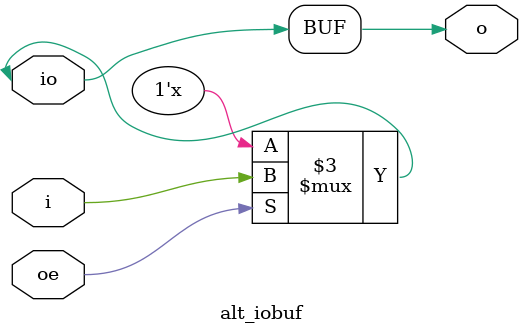
<source format=v>
module alt_iobuf (i, oe, io, o);
    input i;
    input oe;
    inout io;
    output o;
    reg    o;
    parameter io_standard = "NONE";
    parameter current_strength = "NONE";
    parameter current_strength_new = "NONE";
    parameter slew_rate = -1;
    parameter slow_slew_rate = "NONE";
    parameter location = "NONE";
    parameter enable_bus_hold = "NONE";
    parameter weak_pull_up_resistor = "NONE"; 
    parameter termination = "NONE"; 
    parameter input_termination = "NONE"; 
    parameter output_termination = "NONE";     
    parameter lpm_type = "alt_iobuf";
    always @(io)
    begin
        o = io;
    end
    assign io = (oe == 1) ? i : 1'bz;
endmodule
</source>
